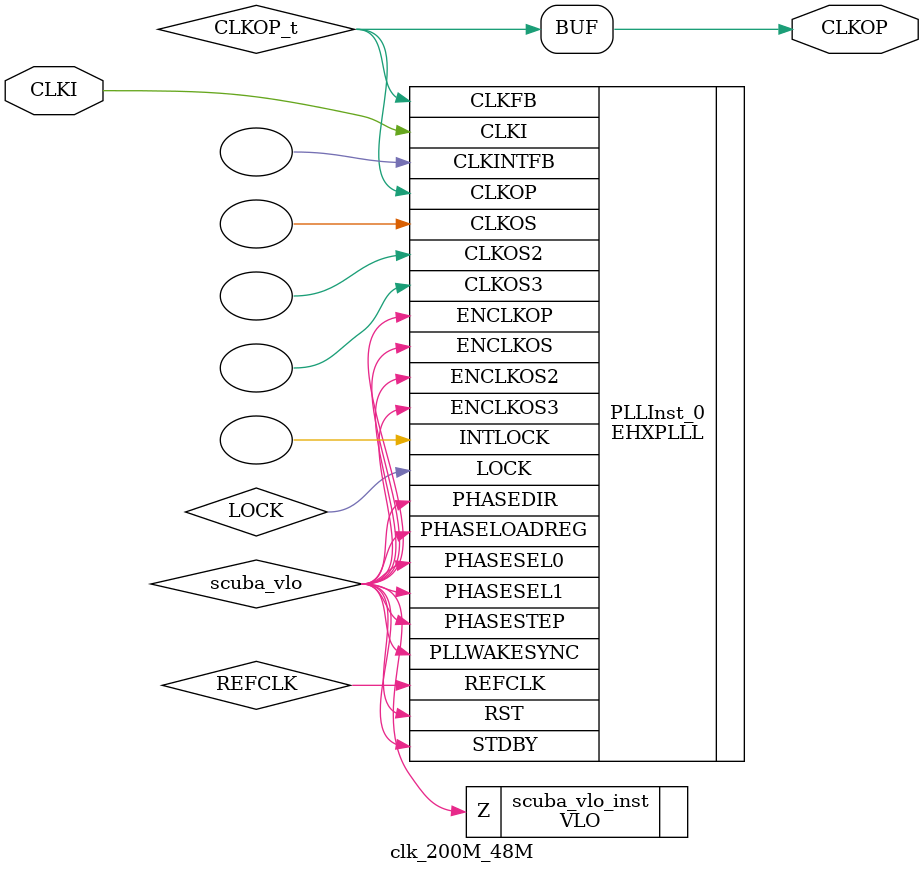
<source format=v>
/* Verilog netlist generated by SCUBA Diamond (64-bit) 3.7.0.96.1 */
/* Module Version: 5.7 */
/* /mt/lattice/diamond/3.7_x64/ispfpga/bin/lin64/scuba -w -n clk_200M_48M -lang verilog -synth synplify -bus_exp 7 -bb -arch sa5p00 -type pll -fin 200.00 -fclkop 48.00 -fclkop_tol 0.0 -phase_cntl STATIC -fb_mode 1 -fdc /home/guest/src/fpga/usbserial-core/TinyFPGA-Bootloader/boards/ulx3s/clock/clk_200M_48M/clk_200M_48M.fdc  */
/* Wed Jul 11 00:10:22 2018 */


`timescale 1 ns / 1 ps
module clk_200M_48M (CLKI, CLKOP)/* synthesis NGD_DRC_MASK=1 */;
    input wire CLKI;
    output wire CLKOP;

    wire REFCLK;
    wire LOCK;
    wire CLKOP_t;
    wire scuba_vhi;
    wire scuba_vlo;

    VHI scuba_vhi_inst (.Z(scuba_vhi));

    VLO scuba_vlo_inst (.Z(scuba_vlo));

    defparam PLLInst_0.PLLRST_ENA = "DISABLED" ;
    defparam PLLInst_0.INTFB_WAKE = "DISABLED" ;
    defparam PLLInst_0.STDBY_ENABLE = "DISABLED" ;
    defparam PLLInst_0.DPHASE_SOURCE = "DISABLED" ;
    defparam PLLInst_0.CLKOS3_FPHASE = 0 ;
    defparam PLLInst_0.CLKOS3_CPHASE = 0 ;
    defparam PLLInst_0.CLKOS2_FPHASE = 0 ;
    defparam PLLInst_0.CLKOS2_CPHASE = 0 ;
    defparam PLLInst_0.CLKOS_FPHASE = 0 ;
    defparam PLLInst_0.CLKOS_CPHASE = 0 ;
    defparam PLLInst_0.CLKOP_FPHASE = 0 ;
    defparam PLLInst_0.CLKOP_CPHASE = 11 ;
    defparam PLLInst_0.PLL_LOCK_MODE = 0 ;
    defparam PLLInst_0.CLKOS_TRIM_DELAY = 0 ;
    defparam PLLInst_0.CLKOS_TRIM_POL = "FALLING" ;
    defparam PLLInst_0.CLKOP_TRIM_DELAY = 0 ;
    defparam PLLInst_0.CLKOP_TRIM_POL = "FALLING" ;
    defparam PLLInst_0.OUTDIVIDER_MUXD = "DIVD" ;
    defparam PLLInst_0.CLKOS3_ENABLE = "DISABLED" ;
    defparam PLLInst_0.OUTDIVIDER_MUXC = "DIVC" ;
    defparam PLLInst_0.CLKOS2_ENABLE = "DISABLED" ;
    defparam PLLInst_0.OUTDIVIDER_MUXB = "DIVB" ;
    defparam PLLInst_0.CLKOS_ENABLE = "DISABLED" ;
    defparam PLLInst_0.OUTDIVIDER_MUXA = "DIVA" ;
    defparam PLLInst_0.CLKOP_ENABLE = "ENABLED" ;
    defparam PLLInst_0.CLKOS3_DIV = 1 ;
    defparam PLLInst_0.CLKOS2_DIV = 1 ;
    defparam PLLInst_0.CLKOS_DIV = 1 ;
    defparam PLLInst_0.CLKOP_DIV = 12 ;
    defparam PLLInst_0.CLKFB_DIV = 6 ;
    defparam PLLInst_0.CLKI_DIV = 25 ;
    defparam PLLInst_0.FEEDBK_PATH = "CLKOP" ;
    EHXPLLL PLLInst_0 (.CLKI(CLKI), .CLKFB(CLKOP_t), .PHASESEL1(scuba_vlo), 
        .PHASESEL0(scuba_vlo), .PHASEDIR(scuba_vlo), .PHASESTEP(scuba_vlo), 
        .PHASELOADREG(scuba_vlo), .STDBY(scuba_vlo), .PLLWAKESYNC(scuba_vlo), 
        .RST(scuba_vlo), .ENCLKOP(scuba_vlo), .ENCLKOS(scuba_vlo), .ENCLKOS2(scuba_vlo), 
        .ENCLKOS3(scuba_vlo), .CLKOP(CLKOP_t), .CLKOS(), .CLKOS2(), .CLKOS3(), 
        .LOCK(LOCK), .INTLOCK(), .REFCLK(REFCLK), .CLKINTFB())
             /* synthesis FREQUENCY_PIN_CLKOP="48.000000" */
             /* synthesis FREQUENCY_PIN_CLKI="200.000000" */
             /* synthesis ICP_CURRENT="5" */
             /* synthesis LPF_RESISTOR="16" */;

    assign CLKOP = CLKOP_t;


    // exemplar begin
    // exemplar attribute PLLInst_0 FREQUENCY_PIN_CLKOP 48.000000
    // exemplar attribute PLLInst_0 FREQUENCY_PIN_CLKI 200.000000
    // exemplar attribute PLLInst_0 ICP_CURRENT 5
    // exemplar attribute PLLInst_0 LPF_RESISTOR 16
    // exemplar end

endmodule

</source>
